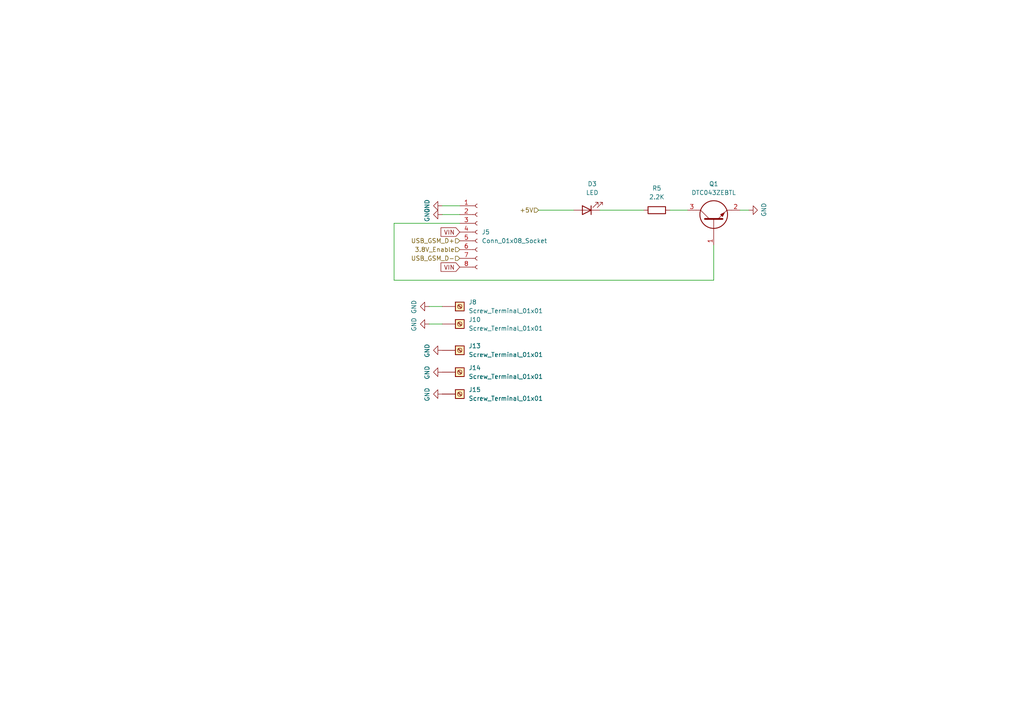
<source format=kicad_sch>
(kicad_sch (version 20231120) (generator "eeschema") (generator_version "8.0")
  (paper "A4")
  (lib_symbols
    (symbol "Connector:Conn_01x08_Socket" (pin_names (offset 1.016) hide)
      (property "Reference" "J" (at 0 10.16 0))
      (property "Value" "Conn_01x08_Socket" (at 0 -12.7 0))
      (symbol "Conn_01x08_Socket_1_1"
        (arc (start 0 -9.652) (mid -0.5058 -10.16) (end 0 -10.668) (stroke (width 0.1524)))
        (arc (start 0 -7.112) (mid -0.5058 -7.62) (end 0 -8.128) (stroke (width 0.1524)))
        (arc (start 0 -4.572) (mid -0.5058 -5.08) (end 0 -5.588) (stroke (width 0.1524)))
        (arc (start 0 -2.032) (mid -0.5058 -2.54) (end 0 -3.048) (stroke (width 0.1524)))
        (polyline (pts (xy -1.27 -10.16) (xy -0.508 -10.16)) (stroke (width 0.1524)))
        (polyline (pts (xy -1.27 -7.62) (xy -0.508 -7.62)) (stroke (width 0.1524)))
        (polyline (pts (xy -1.27 -5.08) (xy -0.508 -5.08)) (stroke (width 0.1524)))
        (polyline (pts (xy -1.27 -2.54) (xy -0.508 -2.54)) (stroke (width 0.1524)))
        (polyline (pts (xy -1.27 0) (xy -0.508 0)) (stroke (width 0.1524)))
        (polyline (pts (xy -1.27 2.54) (xy -0.508 2.54)) (stroke (width 0.1524)))
        (polyline (pts (xy -1.27 5.08) (xy -0.508 5.08)) (stroke (width 0.1524)))
        (polyline (pts (xy -1.27 7.62) (xy -0.508 7.62)) (stroke (width 0.1524)))
        (arc (start 0 0.508) (mid -0.5058 0) (end 0 -0.508) (stroke (width 0.1524)))
        (arc (start 0 3.048) (mid -0.5058 2.54) (end 0 2.032) (stroke (width 0.1524)))
        (arc (start 0 5.588) (mid -0.5058 5.08) (end 0 4.572) (stroke (width 0.1524)))
        (arc (start 0 8.128) (mid -0.5058 7.62) (end 0 7.112) (stroke (width 0.1524)))
        (pin passive line (at -5.08 7.62 0) (length 3.81) (name "Pin_1") (number "1"))
        (pin passive line (at -5.08 5.08 0) (length 3.81) (name "Pin_2") (number "2"))
        (pin passive line (at -5.08 2.54 0) (length 3.81) (name "Pin_3") (number "3"))
        (pin passive line (at -5.08 0 0) (length 3.81) (name "Pin_4") (number "4"))
        (pin passive line (at -5.08 -2.54 0) (length 3.81) (name "Pin_5") (number "5"))
        (pin passive line (at -5.08 -5.08 0) (length 3.81) (name "Pin_6") (number "6"))
        (pin passive line (at -5.08 -7.62 0) (length 3.81) (name "Pin_7") (number "7"))
        (pin passive line (at -5.08 -10.16 0) (length 3.81) (name "Pin_8") (number "8"))
      )
    )
    (symbol "Connector:Screw_Terminal_01x01" (pin_names (offset 1.016) hide)
      (property "Reference" "J" (at 0 2.54 0))
      (property "Value" "Screw_Terminal_01x01" (at 0 -2.54 0))
      (symbol "Screw_Terminal_01x01_1_1"
        (rectangle (start -1.27 1.27) (end 1.27 -1.27) (stroke (width 0.254)) (fill (type background)))
        (polyline (pts (xy -0.5334 0.3302) (xy 0.3302 -0.508)) (stroke (width 0.1524)))
        (polyline (pts (xy -0.3556 0.508) (xy 0.508 -0.3302)) (stroke (width 0.1524)))
        (circle (center 0 0) (radius 0.635) (stroke (width 0.1524)))
        (pin passive line (at -5.08 0 0) (length 3.81) (name "Pin_1") (number ""))
      )
    )
    (symbol "DTC043ZEBTL:DTC043ZEBTL" (pin_names (offset 0.762))
      (property "Reference" "Q" (at 13.97 1.27 0))
      (property "Value" "DTC043ZEBTL" (at 13.97 -1.27 0))
      (symbol "DTC043ZEBTL_0_0"
        (pin passive line (at 0 0 0) (length 2.54) (name "~") (number "1"))
        (pin passive line (at 10.16 -7.62 90) (length 2.54) (name "~") (number "2"))
        (pin passive line (at 10.16 7.62 270) (length 2.54) (name "~") (number "3"))
      )
      (symbol "DTC043ZEBTL_0_1"
        (polyline (pts (xy 2.54 0) (xy 7.62 0)) (stroke (width 0.1524)))
        (polyline (pts (xy 7.62 -1.27) (xy 10.16 -3.81)) (stroke (width 0.1524)))
        (polyline (pts (xy 7.62 1.27) (xy 10.16 3.81)) (stroke (width 0.1524)))
        (polyline (pts (xy 7.62 2.54) (xy 7.62 -2.54)) (stroke (width 0.508)))
        (polyline (pts (xy 10.16 -3.81) (xy 10.16 -5.08)) (stroke (width 0.1524)))
        (polyline (pts (xy 10.16 3.81) (xy 10.16 5.08)) (stroke (width 0.1524)))
        (polyline (pts (xy 8.382 -2.54) (xy 8.89 -2.032) (xy 9.398 -3.048) (xy 8.382 -2.54)) (stroke (width 0.254)) (fill (type outline)))
        (circle (center 8.89 0) (radius 4.0132) (stroke (width 0.254)))
      )
    )
    (symbol "Device:LED" (pin_numbers hide) (pin_names (offset 1.016) hide)
      (property "Reference" "D" (at 0 2.54 0))
      (property "Value" "LED" (at 0 -2.54 0))
      (symbol "LED_0_1"
        (polyline (pts (xy -1.27 -1.27) (xy -1.27 1.27)) (stroke (width 0.254)))
        (polyline (pts (xy -1.27 0) (xy 1.27 0)))
        (polyline (pts (xy 1.27 -1.27) (xy 1.27 1.27) (xy -1.27 0) (xy 1.27 -1.27)) (stroke (width 0.254)))
        (polyline (pts (xy -3.048 -0.762) (xy -4.572 -2.286) (xy -3.81 -2.286) (xy -4.572 -2.286) (xy -4.572 -1.524)))
        (polyline (pts (xy -1.778 -0.762) (xy -3.302 -2.286) (xy -2.54 -2.286) (xy -3.302 -2.286) (xy -3.302 -1.524)))
      )
      (symbol "LED_1_1"
        (pin passive line (at -3.81 0 0) (length 2.54) (name "K") (number "1"))
        (pin passive line (at 3.81 0 180) (length 2.54) (name "A") (number "2"))
      )
    )
    (symbol "Device:R" (pin_numbers hide) (pin_names (offset 0))
      (property "Reference" "R" (at 2.032 0 90))
      (property "Value" "R" (at 0 0 90))
      (symbol "R_0_1"
        (rectangle (start -1.016 -2.54) (end 1.016 2.54) (stroke (width 0.254)))
      )
      (symbol "R_1_1"
        (pin passive line (at 0 3.81 270) (length 1.27) (name "~") (number "1"))
        (pin passive line (at 0 -3.81 90) (length 1.27) (name "~") (number "2"))
      )
    )
    (symbol "Screw_Terminal_01x01_1" (pin_names (offset 1.016) hide)
      (property "Reference" "J" (at 0 2.54 0))
      (property "Value" "Screw_Terminal_01x01" (at 0 -2.54 0))
      (symbol "Screw_Terminal_01x01_1_1_1"
        (rectangle (start -1.27 1.27) (end 1.27 -1.27) (stroke (width 0.254)) (fill (type background)))
        (polyline (pts (xy -0.5334 0.3302) (xy 0.3302 -0.508)) (stroke (width 0.1524)))
        (polyline (pts (xy -0.3556 0.508) (xy 0.508 -0.3302)) (stroke (width 0.1524)))
        (circle (center 0 0) (radius 0.635) (stroke (width 0.1524)))
        (pin passive line (at -5.08 0 0) (length 3.81) (name "Pin_1") (number ""))
      )
    )
    (symbol "power:GND" (power) (pin_names (offset 0))
      (property "Value" "GND" (at 0 -3.81 0))
      (symbol "GND_0_1"
        (polyline (pts (xy 0 0) (xy 0 -1.27) (xy 1.27 -1.27) (xy 0 -2.54) (xy -1.27 -1.27) (xy 0 -1.27)))
      )
      (symbol "GND_1_1"
        (pin power_in line (at 0 0 270) (length 0) hide (name "GND") (number "1"))
      )
    )
  )
  (wire (pts (xy 128.27 59.69) (xy 133.35 59.69)))
  (wire (pts (xy 128.27 62.23) (xy 133.35 62.23)))
  (wire (pts (xy 194.31 60.96) (xy 199.39 60.96)))
  (wire (pts (xy 124.46 88.9) (xy 128.27 88.9)))
  (wire (pts (xy 207.01 81.28) (xy 114.3 81.28)))
  (wire (pts (xy 207.01 71.12) (xy 207.01 81.28)))
  (wire (pts (xy 114.3 81.28) (xy 114.3 64.77)))
  (wire (pts (xy 217.17 60.96) (xy 214.63 60.96)))
  (wire (pts (xy 124.46 93.98) (xy 128.27 93.98)))
  (wire (pts (xy 173.99 60.96) (xy 186.69 60.96)))
  (wire (pts (xy 156.21 60.96) (xy 166.37 60.96)))
  (wire (pts (xy 114.3 64.77) (xy 133.35 64.77)))
  (global_label "VIN" (shape input) (at 133.35 67.31 180) (property "Intersheetrefs" "${INTERSHEET_REFS}" (effects (hide yes))))
  (global_label "VIN" (shape input) (at 133.35 77.47 180) (property "Intersheetrefs" "${INTERSHEET_REFS}" (effects (hide yes))))
  (hierarchical_label "+5V" (shape input) (at 156.21 60.96 180))
  (hierarchical_label "USB_GSM_D-" (shape input) (at 133.35 74.93 180))
  (hierarchical_label "USB_GSM_D+" (shape input) (at 133.35 69.85 180))
  (hierarchical_label "3.8V_Enable" (shape input) (at 133.35 72.39 180))
  (symbol (lib_id "Connector:Screw_Terminal_01x01") (at 133.35 107.95 0) (unit 1)
    (property "Reference" "J14" (at 135.89 106.68 0) (effects (justify left)))
    (property "Value" "Screw_Terminal_01x01" (at 135.89 109.22 0) (effects (justify left)))
    (property "Footprint" "Via:Screw_Terminal" (effects (hide yes)))
    (property "Description" "Generic screw terminal, single row, 01x01, script generated (kicad-library-utils/schlib/autogen/connector/)" (effects (hide yes)))
  )
  (symbol (lib_id "power:GND") (at 124.46 93.98 270) (unit 1)
    (property "Reference" "#PWR020" (effects (hide yes)))
    (property "Value" "GND" (at 120.0658 94.107 0))
    (instances (project "RP2040_minimal" (path "" (reference "#PWR020") (unit 1))) (project "CM4" (path "" (reference "#PWR02") (unit 1))) (project "CM4IOv5" (path "" (reference "#PWR0109") (unit 1))))
  )
  (symbol (lib_id "Connector:Screw_Terminal_01x01") (at 133.35 114.3 0) (unit 1)
    (property "Reference" "J15" (at 135.89 113.03 0) (effects (justify left)))
    (property "Value" "Screw_Terminal_01x01" (at 135.89 115.57 0) (effects (justify left)))
    (property "Footprint" "Via:Screw_Terminal" (effects (hide yes)))
    (property "Description" "Generic screw terminal, single row, 01x01, script generated (kicad-library-utils/schlib/autogen/connector/)" (effects (hide yes)))
  )
  (symbol (lib_id "Connector:Screw_Terminal_01x01") (at 133.35 93.98 0) (unit 1)
    (property "Reference" "J10" (at 135.89 92.71 0) (effects (justify left)))
    (property "Value" "Screw_Terminal_01x01" (at 135.89 95.25 0) (effects (justify left)))
    (property "Footprint" "Screw_terminal:Screw_terminal_shinbo" (effects (hide yes)))
    (property "Description" "Generic screw terminal, single row, 01x01, script generated (kicad-library-utils/schlib/autogen/connector/)" (effects (hide yes)))
  )
  (symbol (lib_name "Screw_Terminal_01x01_1") (lib_id "Connector:Screw_Terminal_01x01") (at 133.35 88.9 0) (unit 1)
    (property "Reference" "J8" (at 135.89 87.63 0) (effects (justify left)))
    (property "Value" "Screw_Terminal_01x01" (at 135.89 90.17 0) (effects (justify left)))
    (property "Footprint" "Screw_terminal:Screw_terminal_shinbo" (effects (hide yes)))
    (property "Description" "Generic screw terminal, single row, 01x01, script generated (kicad-library-utils/schlib/autogen/connector/)" (effects (hide yes)))
  )
  (symbol (lib_id "power:GND") (at 128.27 114.3 270) (unit 1)
    (property "Reference" "#PWR055" (effects (hide yes)))
    (property "Value" "GND" (at 123.8758 114.427 0))
    (instances (project "RP2040_minimal" (path "" (reference "#PWR055") (unit 1))) (project "CM4" (path "" (reference "#PWR02") (unit 1))) (project "CM4IOv5" (path "" (reference "#PWR0109") (unit 1))))
  )
  (symbol (lib_id "Device:LED") (at 170.18 60.96 180) (unit 1)
    (property "Reference" "D3" (at 171.7675 53.34 0))
    (property "Value" "LED" (at 171.7675 55.88 0))
    (property "Footprint" "150080VS75000:LEDC2012X80N" (effects (hide yes)))
    (property "Description" "Light emitting diode" (effects (hide yes)))
  )
  (symbol (lib_id "Connector:Screw_Terminal_01x01") (at 133.35 101.6 0) (unit 1)
    (property "Reference" "J13" (at 135.89 100.33 0) (effects (justify left)))
    (property "Value" "Screw_Terminal_01x01" (at 135.89 102.87 0) (effects (justify left)))
    (property "Footprint" "Via:Screw_Terminal" (effects (hide yes)))
    (property "Description" "Generic screw terminal, single row, 01x01, script generated (kicad-library-utils/schlib/autogen/connector/)" (effects (hide yes)))
  )
  (symbol (lib_id "power:GND") (at 128.27 62.23 270) (unit 1)
    (property "Reference" "#PWR041" (effects (hide yes)))
    (property "Value" "GND" (at 123.8758 62.357 0))
    (instances (project "RP2040_minimal" (path "" (reference "#PWR041") (unit 1))) (project "CM4" (path "" (reference "#PWR02") (unit 1))) (project "CM4IOv5" (path "" (reference "#PWR0109") (unit 1))))
  )
  (symbol (lib_id "power:GND") (at 128.27 59.69 270) (unit 1)
    (property "Reference" "#PWR025" (effects (hide yes)))
    (property "Value" "GND" (at 123.8758 59.817 0))
    (instances (project "RP2040_minimal" (path "" (reference "#PWR025") (unit 1))) (project "CM4" (path "" (reference "#PWR02") (unit 1))) (project "CM4IOv5" (path "" (reference "#PWR0109") (unit 1))))
  )
  (symbol (lib_id "Device:R") (at 190.5 60.96 90) (unit 1)
    (property "Reference" "R5" (at 190.5 54.61 90))
    (property "Value" "2.2K" (at 190.5 57.15 90))
    (property "Footprint" "Resistor_SMD:R_0603_1608Metric" (effects (hide yes)))
    (property "Description" "Resistor" (effects (hide yes)))
  )
  (symbol (lib_id "power:GND") (at 128.27 107.95 270) (unit 1)
    (property "Reference" "#PWR054" (effects (hide yes)))
    (property "Value" "GND" (at 123.8758 108.077 0))
    (instances (project "RP2040_minimal" (path "" (reference "#PWR054") (unit 1))) (project "CM4" (path "" (reference "#PWR02") (unit 1))) (project "CM4IOv5" (path "" (reference "#PWR0109") (unit 1))))
  )
  (symbol (lib_id "power:GND") (at 124.46 88.9 270) (unit 1)
    (property "Reference" "#PWR019" (effects (hide yes)))
    (property "Value" "GND" (at 120.0658 89.027 0))
    (instances (project "RP2040_minimal" (path "" (reference "#PWR019") (unit 1))) (project "CM4" (path "" (reference "#PWR02") (unit 1))) (project "CM4IOv5" (path "" (reference "#PWR0109") (unit 1))))
  )
  (symbol (lib_id "DTC043ZEBTL:DTC043ZEBTL") (at 207.01 71.12 90) (unit 1)
    (property "Reference" "Q1" (at 207.01 53.34 90))
    (property "Value" "DTC043ZEBTL" (at 207.01 55.88 90))
    (property "Footprint" "SOTFL50P160X85-3N" (effects (hide yes)))
    (property "Datasheet" "http://rohmfs.rohm.com/en/products/databook/datasheet/discrete/transistor/digital/dtc043zmt2l-e.pdf" (effects (hide yes)))
    (property "Description" "NPN Digital transistor,50V,100mA,SOT416F ROHM, DTC043ZEBTL NPN Digital Transistor, 0.1 A 50 V 4.7 k, Ratio Of 10, 3-Pin SOT-416F" (effects (hide yes)))
    (property "Height" "0.85" (effects (hide yes)))
    (property "Manufacturer_Name" "ROHM Semiconductor" (effects (hide yes)))
    (property "Manufacturer_Part_Number" "DTC043ZEBTL" (effects (hide yes)))
    (property "Mouser Part Number" "755-DTC043ZEBTL" (effects (hide yes)))
    (property "Mouser Price/Stock" "https://www.mouser.co.uk/ProductDetail/ROHM-Semiconductor/DTC043ZEBTL?qs=n7vHx8wJlDGyWrBOh0icRQ%3D%3D" (effects (hide yes)))
  )
  (symbol (lib_id "power:GND") (at 217.17 60.96 90) (unit 1)
    (property "Reference" "#PWR042" (effects (hide yes)))
    (property "Value" "GND" (at 221.5642 60.833 0))
    (instances (project "RP2040_minimal" (path "" (reference "#PWR042") (unit 1))) (project "CM4" (path "" (reference "#PWR02") (unit 1))) (project "CM4IOv5" (path "" (reference "#PWR0109") (unit 1))))
  )
  (symbol (lib_id "Connector:Conn_01x08_Socket") (at 138.43 67.31 0) (unit 1)
    (property "Reference" "J5" (at 139.7 67.31 0) (effects (justify left)))
    (property "Value" "Conn_01x08_Socket" (at 139.7 69.85 0) (effects (justify left)))
    (property "Footprint" "Connector_PinHeader_2.00mm:PinHeader_2x04_P2.00mm_Vertical" (effects (hide yes)))
    (property "Description" "Generic connector, single row, 01x08, script generated" (effects (hide yes)))
  )
  (symbol (lib_id "power:GND") (at 128.27 101.6 270) (unit 1)
    (property "Reference" "#PWR053" (effects (hide yes)))
    (property "Value" "GND" (at 123.8758 101.727 0))
    (instances (project "RP2040_minimal" (path "" (reference "#PWR053") (unit 1))) (project "CM4" (path "" (reference "#PWR02") (unit 1))) (project "CM4IOv5" (path "" (reference "#PWR0109") (unit 1))))
  )
)
</source>
